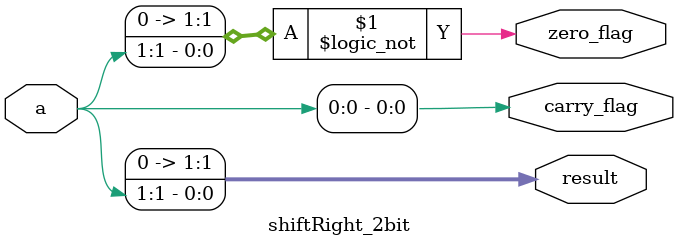
<source format=sv>
module shiftRight_2bit(
  input logic [1:0] a,
  output logic [1:0] result,
  output logic zero_flag,
  output logic carry_flag
);

	assign result[0] = a[1];
  assign result[1] = 1'b0;

  // Set zero flag
  assign zero_flag = (result == 2'b00);

  // Set carry flag based on the value of the MSB of input 'a'
  assign carry_flag = (a[0] == 1'b1);

endmodule
</source>
